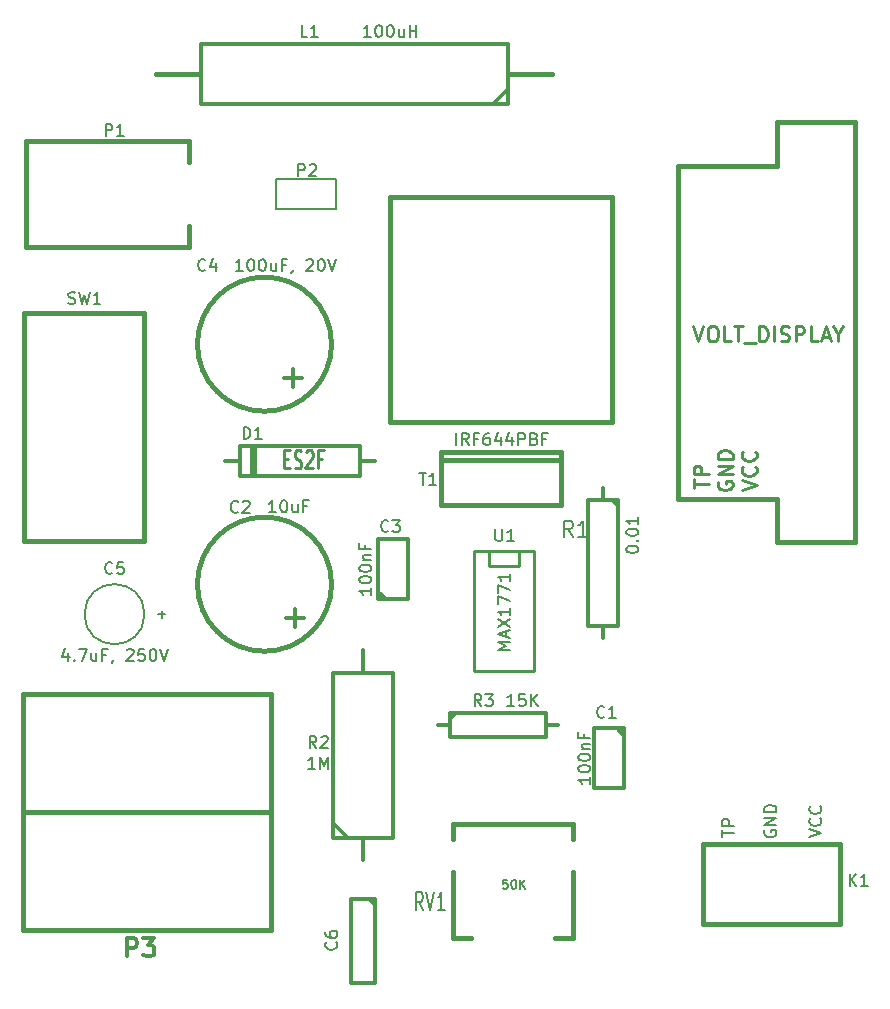
<source format=gto>
G04 (created by PCBNEW (2013-jul-07)-stable) date Sat 05 Aug 2017 11:22:09 AM PDT*
%MOIN*%
G04 Gerber Fmt 3.4, Leading zero omitted, Abs format*
%FSLAX34Y34*%
G01*
G70*
G90*
G04 APERTURE LIST*
%ADD10C,0.00590551*%
%ADD11C,0.008*%
%ADD12C,0.015*%
%ADD13C,0.006*%
%ADD14C,0.01*%
%ADD15C,0.012*%
%ADD16C,0.005*%
%ADD17C,0.014*%
%ADD18C,0.0075*%
G04 APERTURE END LIST*
G54D10*
G54D11*
X57261Y-58914D02*
X57261Y-58685D01*
X57661Y-58799D02*
X57261Y-58799D01*
X57661Y-58552D02*
X57261Y-58552D01*
X57261Y-58400D01*
X57280Y-58361D01*
X57300Y-58342D01*
X57338Y-58323D01*
X57395Y-58323D01*
X57433Y-58342D01*
X57452Y-58361D01*
X57471Y-58400D01*
X57471Y-58552D01*
X58680Y-58704D02*
X58661Y-58742D01*
X58661Y-58800D01*
X58680Y-58857D01*
X58719Y-58895D01*
X58757Y-58914D01*
X58833Y-58933D01*
X58890Y-58933D01*
X58966Y-58914D01*
X59004Y-58895D01*
X59042Y-58857D01*
X59061Y-58800D01*
X59061Y-58761D01*
X59042Y-58704D01*
X59023Y-58685D01*
X58890Y-58685D01*
X58890Y-58761D01*
X59061Y-58514D02*
X58661Y-58514D01*
X59061Y-58285D01*
X58661Y-58285D01*
X59061Y-58095D02*
X58661Y-58095D01*
X58661Y-57999D01*
X58680Y-57942D01*
X58719Y-57904D01*
X58757Y-57885D01*
X58833Y-57866D01*
X58890Y-57866D01*
X58966Y-57885D01*
X59004Y-57904D01*
X59042Y-57942D01*
X59061Y-57999D01*
X59061Y-58095D01*
X60161Y-58933D02*
X60561Y-58799D01*
X60161Y-58666D01*
X60523Y-58304D02*
X60542Y-58323D01*
X60561Y-58380D01*
X60561Y-58419D01*
X60542Y-58476D01*
X60504Y-58514D01*
X60466Y-58533D01*
X60390Y-58552D01*
X60333Y-58552D01*
X60257Y-58533D01*
X60219Y-58514D01*
X60180Y-58476D01*
X60161Y-58419D01*
X60161Y-58380D01*
X60180Y-58323D01*
X60200Y-58304D01*
X60523Y-57904D02*
X60542Y-57923D01*
X60561Y-57980D01*
X60561Y-58019D01*
X60542Y-58076D01*
X60504Y-58114D01*
X60466Y-58133D01*
X60390Y-58152D01*
X60333Y-58152D01*
X60257Y-58133D01*
X60219Y-58114D01*
X60180Y-58076D01*
X60161Y-58019D01*
X60161Y-57980D01*
X60180Y-57923D01*
X60200Y-57904D01*
G54D12*
X38000Y-41450D02*
X38000Y-49050D01*
X38000Y-49050D02*
X34000Y-49050D01*
X34000Y-49050D02*
X34000Y-41450D01*
X34000Y-41450D02*
X38000Y-41450D01*
G54D13*
X42400Y-38000D02*
X42400Y-37000D01*
X42400Y-37000D02*
X44400Y-37000D01*
X44400Y-37000D02*
X44400Y-38000D01*
X44400Y-38000D02*
X42400Y-38000D01*
G54D14*
X50500Y-49400D02*
X50500Y-49900D01*
X50500Y-49900D02*
X49500Y-49900D01*
X49500Y-49900D02*
X49500Y-49400D01*
X51000Y-49400D02*
X51000Y-53400D01*
X51000Y-53400D02*
X49000Y-53400D01*
X49000Y-53400D02*
X49000Y-49400D01*
X49000Y-49400D02*
X51000Y-49400D01*
G54D12*
X39500Y-38563D02*
X39500Y-39272D01*
X39500Y-39272D02*
X34067Y-39272D01*
X34067Y-39272D02*
X34067Y-35768D01*
X34067Y-35768D02*
X34067Y-35728D01*
X34067Y-35728D02*
X39500Y-35728D01*
X39500Y-35728D02*
X39500Y-36437D01*
X44236Y-50500D02*
G75*
G03X44236Y-50500I-2236J0D01*
G74*
G01*
X44236Y-42500D02*
G75*
G03X44236Y-42500I-2236J0D01*
G74*
G01*
G54D15*
X45700Y-61000D02*
X45700Y-63800D01*
X45700Y-63800D02*
X44900Y-63800D01*
X44900Y-63800D02*
X44900Y-61000D01*
X44900Y-61000D02*
X45700Y-61000D01*
X45500Y-61000D02*
X45700Y-61200D01*
G54D16*
X38001Y-51500D02*
G75*
G03X38001Y-51500I-1001J0D01*
G74*
G01*
G54D15*
X45800Y-50980D02*
X45800Y-49000D01*
X45800Y-49000D02*
X46800Y-49000D01*
X46800Y-49000D02*
X46800Y-51000D01*
X46800Y-51000D02*
X45800Y-51000D01*
X46050Y-51000D02*
X45800Y-50750D01*
X54000Y-55320D02*
X54000Y-57300D01*
X54000Y-57300D02*
X53000Y-57300D01*
X53000Y-57300D02*
X53000Y-55300D01*
X53000Y-55300D02*
X54000Y-55300D01*
X53750Y-55300D02*
X54000Y-55550D01*
X47800Y-55200D02*
X48200Y-55200D01*
X48200Y-55200D02*
X48200Y-54800D01*
X48200Y-54800D02*
X51400Y-54800D01*
X51400Y-54800D02*
X51400Y-55600D01*
X51400Y-55600D02*
X48200Y-55600D01*
X48200Y-55600D02*
X48200Y-55200D01*
X48200Y-55000D02*
X48400Y-54800D01*
X51800Y-55200D02*
X51400Y-55200D01*
X40700Y-46400D02*
X41200Y-46400D01*
X41200Y-46400D02*
X41200Y-46900D01*
X41200Y-46900D02*
X45200Y-46900D01*
X45200Y-46900D02*
X45200Y-46400D01*
X45200Y-46400D02*
X45700Y-46400D01*
X45200Y-46400D02*
X45200Y-45900D01*
X45200Y-45900D02*
X41200Y-45900D01*
X41200Y-45900D02*
X41200Y-46400D01*
X41700Y-46900D02*
X41700Y-45900D01*
X41600Y-46900D02*
X41600Y-45900D01*
X45300Y-59700D02*
X45300Y-59700D01*
X45300Y-59700D02*
X45300Y-59700D01*
X45300Y-53450D02*
X45300Y-52700D01*
X45300Y-52700D02*
X45300Y-52700D01*
X46300Y-53450D02*
X46300Y-58950D01*
X44300Y-58950D02*
X44300Y-53450D01*
X44800Y-58950D02*
X44300Y-58450D01*
X44300Y-53450D02*
X46300Y-53450D01*
X44300Y-58950D02*
X46300Y-58950D01*
X45300Y-59700D02*
X45300Y-58950D01*
X53300Y-47300D02*
X53300Y-47700D01*
X53300Y-52300D02*
X53300Y-51900D01*
X53800Y-51900D02*
X52800Y-51900D01*
X52800Y-51900D02*
X52800Y-47700D01*
X52800Y-47700D02*
X53800Y-47700D01*
X53800Y-47700D02*
X53800Y-51900D01*
X53600Y-47700D02*
X53800Y-47900D01*
G54D12*
X50150Y-33500D02*
X51600Y-33500D01*
X39800Y-33500D02*
X38400Y-33500D01*
G54D15*
X39882Y-32500D02*
X50118Y-32500D01*
X50118Y-34500D02*
X39882Y-34500D01*
X50112Y-34000D02*
X49612Y-34500D01*
X39882Y-34500D02*
X39882Y-32500D01*
X50118Y-34500D02*
X50118Y-32500D01*
G54D12*
X33966Y-58100D02*
X42234Y-58100D01*
X33966Y-54163D02*
X33966Y-62037D01*
X42234Y-54163D02*
X42234Y-62037D01*
X33966Y-54163D02*
X42234Y-54163D01*
X42234Y-62037D02*
X33966Y-62037D01*
X53600Y-37600D02*
X46200Y-37600D01*
X53600Y-45100D02*
X53600Y-37600D01*
X46200Y-45100D02*
X46200Y-37600D01*
X46200Y-45100D02*
X53600Y-45100D01*
X47900Y-46350D02*
X47900Y-46100D01*
X47900Y-46100D02*
X51900Y-46100D01*
X51900Y-46100D02*
X51900Y-46350D01*
X47900Y-47850D02*
X47900Y-46350D01*
X47900Y-46350D02*
X51900Y-46350D01*
X51900Y-46350D02*
X51900Y-47850D01*
X51900Y-47850D02*
X47900Y-47850D01*
X52300Y-60300D02*
X52300Y-60100D01*
X52300Y-58800D02*
X52300Y-59000D01*
X48300Y-58800D02*
X48300Y-59000D01*
X48300Y-60300D02*
X48300Y-60100D01*
X48800Y-62300D02*
X48900Y-62300D01*
X48300Y-60300D02*
X48300Y-62300D01*
X48300Y-62300D02*
X48800Y-62300D01*
X52300Y-58800D02*
X52300Y-58500D01*
X52300Y-58500D02*
X48300Y-58500D01*
X48300Y-58500D02*
X48300Y-58800D01*
X51700Y-62300D02*
X52300Y-62300D01*
X52300Y-62300D02*
X52300Y-60300D01*
X56617Y-59161D02*
X56617Y-61839D01*
X56617Y-61839D02*
X61183Y-61839D01*
X61183Y-61839D02*
X61183Y-59161D01*
X61183Y-59161D02*
X56617Y-59161D01*
X55800Y-36550D02*
X55800Y-47650D01*
X59100Y-47650D02*
X55800Y-47650D01*
X59100Y-36550D02*
X55800Y-36550D01*
X59100Y-35100D02*
X59100Y-36550D01*
X59100Y-49100D02*
X59100Y-47650D01*
X61700Y-35100D02*
X59100Y-35100D01*
X61700Y-49100D02*
X59100Y-49100D01*
X61700Y-42100D02*
X61700Y-49100D01*
X61700Y-42100D02*
X61700Y-35100D01*
G54D11*
X35466Y-41142D02*
X35523Y-41161D01*
X35619Y-41161D01*
X35657Y-41142D01*
X35676Y-41123D01*
X35695Y-41085D01*
X35695Y-41047D01*
X35676Y-41009D01*
X35657Y-40990D01*
X35619Y-40971D01*
X35542Y-40952D01*
X35504Y-40933D01*
X35485Y-40914D01*
X35466Y-40876D01*
X35466Y-40838D01*
X35485Y-40800D01*
X35504Y-40780D01*
X35542Y-40761D01*
X35638Y-40761D01*
X35695Y-40780D01*
X35828Y-40761D02*
X35923Y-41161D01*
X36000Y-40876D01*
X36076Y-41161D01*
X36171Y-40761D01*
X36533Y-41161D02*
X36304Y-41161D01*
X36419Y-41161D02*
X36419Y-40761D01*
X36380Y-40819D01*
X36342Y-40857D01*
X36304Y-40876D01*
X43124Y-36901D02*
X43124Y-36501D01*
X43277Y-36501D01*
X43315Y-36520D01*
X43334Y-36540D01*
X43353Y-36578D01*
X43353Y-36635D01*
X43334Y-36673D01*
X43315Y-36692D01*
X43277Y-36711D01*
X43124Y-36711D01*
X43505Y-36540D02*
X43524Y-36520D01*
X43562Y-36501D01*
X43658Y-36501D01*
X43696Y-36520D01*
X43715Y-36540D01*
X43734Y-36578D01*
X43734Y-36616D01*
X43715Y-36673D01*
X43486Y-36901D01*
X43734Y-36901D01*
X49695Y-48661D02*
X49695Y-48985D01*
X49714Y-49023D01*
X49733Y-49042D01*
X49771Y-49061D01*
X49847Y-49061D01*
X49885Y-49042D01*
X49904Y-49023D01*
X49923Y-48985D01*
X49923Y-48661D01*
X50323Y-49061D02*
X50095Y-49061D01*
X50209Y-49061D02*
X50209Y-48661D01*
X50171Y-48719D01*
X50133Y-48757D01*
X50095Y-48776D01*
X50181Y-52691D02*
X49781Y-52691D01*
X50067Y-52557D01*
X49781Y-52424D01*
X50181Y-52424D01*
X50067Y-52253D02*
X50067Y-52062D01*
X50181Y-52291D02*
X49781Y-52157D01*
X50181Y-52024D01*
X49781Y-51929D02*
X50181Y-51662D01*
X49781Y-51662D02*
X50181Y-51929D01*
X50181Y-51300D02*
X50181Y-51529D01*
X50181Y-51414D02*
X49781Y-51414D01*
X49839Y-51453D01*
X49877Y-51491D01*
X49896Y-51529D01*
X49781Y-51167D02*
X49781Y-50900D01*
X50181Y-51072D01*
X49781Y-50786D02*
X49781Y-50519D01*
X50181Y-50691D01*
X50181Y-50157D02*
X50181Y-50386D01*
X50181Y-50272D02*
X49781Y-50272D01*
X49839Y-50310D01*
X49877Y-50348D01*
X49896Y-50386D01*
X36704Y-35561D02*
X36704Y-35161D01*
X36857Y-35161D01*
X36895Y-35180D01*
X36914Y-35200D01*
X36933Y-35238D01*
X36933Y-35295D01*
X36914Y-35333D01*
X36895Y-35352D01*
X36857Y-35371D01*
X36704Y-35371D01*
X37314Y-35561D02*
X37085Y-35561D01*
X37200Y-35561D02*
X37200Y-35161D01*
X37161Y-35219D01*
X37123Y-35257D01*
X37085Y-35276D01*
X41123Y-48083D02*
X41104Y-48102D01*
X41047Y-48121D01*
X41009Y-48121D01*
X40951Y-48102D01*
X40913Y-48064D01*
X40894Y-48026D01*
X40875Y-47950D01*
X40875Y-47893D01*
X40894Y-47817D01*
X40913Y-47779D01*
X40951Y-47740D01*
X41009Y-47721D01*
X41047Y-47721D01*
X41104Y-47740D01*
X41123Y-47760D01*
X41275Y-47760D02*
X41294Y-47740D01*
X41332Y-47721D01*
X41428Y-47721D01*
X41466Y-47740D01*
X41485Y-47760D01*
X41504Y-47798D01*
X41504Y-47836D01*
X41485Y-47893D01*
X41256Y-48121D01*
X41504Y-48121D01*
X42381Y-48101D02*
X42152Y-48101D01*
X42267Y-48101D02*
X42267Y-47701D01*
X42229Y-47759D01*
X42190Y-47797D01*
X42152Y-47816D01*
X42629Y-47701D02*
X42667Y-47701D01*
X42705Y-47720D01*
X42724Y-47740D01*
X42743Y-47778D01*
X42762Y-47854D01*
X42762Y-47949D01*
X42743Y-48025D01*
X42724Y-48063D01*
X42705Y-48082D01*
X42667Y-48101D01*
X42629Y-48101D01*
X42590Y-48082D01*
X42571Y-48063D01*
X42552Y-48025D01*
X42533Y-47949D01*
X42533Y-47854D01*
X42552Y-47778D01*
X42571Y-47740D01*
X42590Y-47720D01*
X42629Y-47701D01*
X43105Y-47835D02*
X43105Y-48101D01*
X42933Y-47835D02*
X42933Y-48044D01*
X42952Y-48082D01*
X42990Y-48101D01*
X43048Y-48101D01*
X43086Y-48082D01*
X43105Y-48063D01*
X43429Y-47892D02*
X43295Y-47892D01*
X43295Y-48101D02*
X43295Y-47701D01*
X43486Y-47701D01*
G54D17*
X42719Y-51621D02*
X43328Y-51621D01*
X43024Y-51925D02*
X43024Y-51316D01*
G54D11*
X40033Y-40023D02*
X40014Y-40042D01*
X39957Y-40061D01*
X39919Y-40061D01*
X39861Y-40042D01*
X39823Y-40004D01*
X39804Y-39966D01*
X39785Y-39890D01*
X39785Y-39833D01*
X39804Y-39757D01*
X39823Y-39719D01*
X39861Y-39680D01*
X39919Y-39661D01*
X39957Y-39661D01*
X40014Y-39680D01*
X40033Y-39700D01*
X40376Y-39795D02*
X40376Y-40061D01*
X40280Y-39642D02*
X40185Y-39928D01*
X40433Y-39928D01*
X41280Y-40061D02*
X41052Y-40061D01*
X41166Y-40061D02*
X41166Y-39661D01*
X41128Y-39719D01*
X41090Y-39757D01*
X41052Y-39776D01*
X41528Y-39661D02*
X41566Y-39661D01*
X41604Y-39680D01*
X41623Y-39700D01*
X41642Y-39738D01*
X41661Y-39814D01*
X41661Y-39909D01*
X41642Y-39985D01*
X41623Y-40023D01*
X41604Y-40042D01*
X41566Y-40061D01*
X41528Y-40061D01*
X41490Y-40042D01*
X41471Y-40023D01*
X41452Y-39985D01*
X41433Y-39909D01*
X41433Y-39814D01*
X41452Y-39738D01*
X41471Y-39700D01*
X41490Y-39680D01*
X41528Y-39661D01*
X41909Y-39661D02*
X41947Y-39661D01*
X41985Y-39680D01*
X42004Y-39700D01*
X42023Y-39738D01*
X42042Y-39814D01*
X42042Y-39909D01*
X42023Y-39985D01*
X42004Y-40023D01*
X41985Y-40042D01*
X41947Y-40061D01*
X41909Y-40061D01*
X41871Y-40042D01*
X41852Y-40023D01*
X41833Y-39985D01*
X41814Y-39909D01*
X41814Y-39814D01*
X41833Y-39738D01*
X41852Y-39700D01*
X41871Y-39680D01*
X41909Y-39661D01*
X42385Y-39795D02*
X42385Y-40061D01*
X42214Y-39795D02*
X42214Y-40004D01*
X42233Y-40042D01*
X42271Y-40061D01*
X42328Y-40061D01*
X42366Y-40042D01*
X42385Y-40023D01*
X42709Y-39852D02*
X42576Y-39852D01*
X42576Y-40061D02*
X42576Y-39661D01*
X42766Y-39661D01*
X42938Y-40042D02*
X42938Y-40061D01*
X42919Y-40100D01*
X42900Y-40119D01*
X43395Y-39700D02*
X43414Y-39680D01*
X43452Y-39661D01*
X43547Y-39661D01*
X43585Y-39680D01*
X43604Y-39700D01*
X43623Y-39738D01*
X43623Y-39776D01*
X43604Y-39833D01*
X43376Y-40061D01*
X43623Y-40061D01*
X43871Y-39661D02*
X43909Y-39661D01*
X43947Y-39680D01*
X43966Y-39700D01*
X43985Y-39738D01*
X44004Y-39814D01*
X44004Y-39909D01*
X43985Y-39985D01*
X43966Y-40023D01*
X43947Y-40042D01*
X43909Y-40061D01*
X43871Y-40061D01*
X43833Y-40042D01*
X43814Y-40023D01*
X43795Y-39985D01*
X43776Y-39909D01*
X43776Y-39814D01*
X43795Y-39738D01*
X43814Y-39700D01*
X43833Y-39680D01*
X43871Y-39661D01*
X44119Y-39661D02*
X44252Y-40061D01*
X44385Y-39661D01*
G54D17*
X42639Y-43622D02*
X43248Y-43622D01*
X42944Y-43926D02*
X42944Y-43317D01*
G54D11*
X44389Y-62434D02*
X44408Y-62453D01*
X44427Y-62510D01*
X44427Y-62548D01*
X44408Y-62606D01*
X44370Y-62644D01*
X44332Y-62663D01*
X44256Y-62682D01*
X44199Y-62682D01*
X44123Y-62663D01*
X44085Y-62644D01*
X44046Y-62606D01*
X44027Y-62548D01*
X44027Y-62510D01*
X44046Y-62453D01*
X44066Y-62434D01*
X44027Y-62091D02*
X44027Y-62167D01*
X44046Y-62206D01*
X44066Y-62225D01*
X44123Y-62263D01*
X44199Y-62282D01*
X44351Y-62282D01*
X44389Y-62263D01*
X44408Y-62244D01*
X44427Y-62206D01*
X44427Y-62129D01*
X44408Y-62091D01*
X44389Y-62072D01*
X44351Y-62053D01*
X44256Y-62053D01*
X44218Y-62072D01*
X44199Y-62091D01*
X44180Y-62129D01*
X44180Y-62206D01*
X44199Y-62244D01*
X44218Y-62263D01*
X44256Y-62282D01*
X36933Y-50123D02*
X36914Y-50142D01*
X36857Y-50161D01*
X36819Y-50161D01*
X36761Y-50142D01*
X36723Y-50104D01*
X36704Y-50066D01*
X36685Y-49990D01*
X36685Y-49933D01*
X36704Y-49857D01*
X36723Y-49819D01*
X36761Y-49780D01*
X36819Y-49761D01*
X36857Y-49761D01*
X36914Y-49780D01*
X36933Y-49800D01*
X37295Y-49761D02*
X37104Y-49761D01*
X37085Y-49952D01*
X37104Y-49933D01*
X37142Y-49914D01*
X37238Y-49914D01*
X37276Y-49933D01*
X37295Y-49952D01*
X37314Y-49990D01*
X37314Y-50085D01*
X37295Y-50123D01*
X37276Y-50142D01*
X37238Y-50161D01*
X37142Y-50161D01*
X37104Y-50142D01*
X37085Y-50123D01*
X35447Y-52795D02*
X35447Y-53061D01*
X35352Y-52642D02*
X35257Y-52928D01*
X35504Y-52928D01*
X35657Y-53023D02*
X35676Y-53042D01*
X35657Y-53061D01*
X35638Y-53042D01*
X35657Y-53023D01*
X35657Y-53061D01*
X35809Y-52661D02*
X36076Y-52661D01*
X35904Y-53061D01*
X36400Y-52795D02*
X36400Y-53061D01*
X36228Y-52795D02*
X36228Y-53004D01*
X36247Y-53042D01*
X36285Y-53061D01*
X36342Y-53061D01*
X36380Y-53042D01*
X36400Y-53023D01*
X36723Y-52852D02*
X36590Y-52852D01*
X36590Y-53061D02*
X36590Y-52661D01*
X36780Y-52661D01*
X36952Y-53042D02*
X36952Y-53061D01*
X36933Y-53100D01*
X36914Y-53119D01*
X37409Y-52700D02*
X37428Y-52680D01*
X37466Y-52661D01*
X37561Y-52661D01*
X37600Y-52680D01*
X37619Y-52700D01*
X37638Y-52738D01*
X37638Y-52776D01*
X37619Y-52833D01*
X37390Y-53061D01*
X37638Y-53061D01*
X38000Y-52661D02*
X37809Y-52661D01*
X37790Y-52852D01*
X37809Y-52833D01*
X37847Y-52814D01*
X37942Y-52814D01*
X37980Y-52833D01*
X38000Y-52852D01*
X38019Y-52890D01*
X38019Y-52985D01*
X38000Y-53023D01*
X37980Y-53042D01*
X37942Y-53061D01*
X37847Y-53061D01*
X37809Y-53042D01*
X37790Y-53023D01*
X38266Y-52661D02*
X38304Y-52661D01*
X38342Y-52680D01*
X38361Y-52700D01*
X38380Y-52738D01*
X38400Y-52814D01*
X38400Y-52909D01*
X38380Y-52985D01*
X38361Y-53023D01*
X38342Y-53042D01*
X38304Y-53061D01*
X38266Y-53061D01*
X38228Y-53042D01*
X38209Y-53023D01*
X38190Y-52985D01*
X38171Y-52909D01*
X38171Y-52814D01*
X38190Y-52738D01*
X38209Y-52700D01*
X38228Y-52680D01*
X38266Y-52661D01*
X38514Y-52661D02*
X38647Y-53061D01*
X38780Y-52661D01*
G54D18*
X38460Y-51507D02*
X38689Y-51507D01*
X38575Y-51621D02*
X38575Y-51392D01*
G54D11*
X46133Y-48723D02*
X46114Y-48742D01*
X46057Y-48761D01*
X46019Y-48761D01*
X45961Y-48742D01*
X45923Y-48704D01*
X45904Y-48666D01*
X45885Y-48590D01*
X45885Y-48533D01*
X45904Y-48457D01*
X45923Y-48419D01*
X45961Y-48380D01*
X46019Y-48361D01*
X46057Y-48361D01*
X46114Y-48380D01*
X46133Y-48400D01*
X46266Y-48361D02*
X46514Y-48361D01*
X46380Y-48514D01*
X46438Y-48514D01*
X46476Y-48533D01*
X46495Y-48552D01*
X46514Y-48590D01*
X46514Y-48685D01*
X46495Y-48723D01*
X46476Y-48742D01*
X46438Y-48761D01*
X46323Y-48761D01*
X46285Y-48742D01*
X46266Y-48723D01*
X45561Y-50619D02*
X45561Y-50847D01*
X45561Y-50733D02*
X45161Y-50733D01*
X45219Y-50771D01*
X45257Y-50809D01*
X45276Y-50847D01*
X45161Y-50371D02*
X45161Y-50333D01*
X45180Y-50295D01*
X45200Y-50276D01*
X45238Y-50257D01*
X45314Y-50238D01*
X45409Y-50238D01*
X45485Y-50257D01*
X45523Y-50276D01*
X45542Y-50295D01*
X45561Y-50333D01*
X45561Y-50371D01*
X45542Y-50409D01*
X45523Y-50428D01*
X45485Y-50447D01*
X45409Y-50466D01*
X45314Y-50466D01*
X45238Y-50447D01*
X45200Y-50428D01*
X45180Y-50409D01*
X45161Y-50371D01*
X45161Y-49990D02*
X45161Y-49952D01*
X45180Y-49914D01*
X45200Y-49895D01*
X45238Y-49876D01*
X45314Y-49857D01*
X45409Y-49857D01*
X45485Y-49876D01*
X45523Y-49895D01*
X45542Y-49914D01*
X45561Y-49952D01*
X45561Y-49990D01*
X45542Y-50028D01*
X45523Y-50047D01*
X45485Y-50066D01*
X45409Y-50085D01*
X45314Y-50085D01*
X45238Y-50066D01*
X45200Y-50047D01*
X45180Y-50028D01*
X45161Y-49990D01*
X45295Y-49685D02*
X45561Y-49685D01*
X45333Y-49685D02*
X45314Y-49666D01*
X45295Y-49628D01*
X45295Y-49571D01*
X45314Y-49533D01*
X45352Y-49514D01*
X45561Y-49514D01*
X45352Y-49190D02*
X45352Y-49323D01*
X45561Y-49323D02*
X45161Y-49323D01*
X45161Y-49133D01*
X53333Y-54923D02*
X53314Y-54942D01*
X53257Y-54961D01*
X53219Y-54961D01*
X53161Y-54942D01*
X53123Y-54904D01*
X53104Y-54866D01*
X53085Y-54790D01*
X53085Y-54733D01*
X53104Y-54657D01*
X53123Y-54619D01*
X53161Y-54580D01*
X53219Y-54561D01*
X53257Y-54561D01*
X53314Y-54580D01*
X53333Y-54600D01*
X53714Y-54961D02*
X53485Y-54961D01*
X53600Y-54961D02*
X53600Y-54561D01*
X53561Y-54619D01*
X53523Y-54657D01*
X53485Y-54676D01*
X52861Y-56919D02*
X52861Y-57147D01*
X52861Y-57033D02*
X52461Y-57033D01*
X52519Y-57071D01*
X52557Y-57109D01*
X52576Y-57147D01*
X52461Y-56671D02*
X52461Y-56633D01*
X52480Y-56595D01*
X52500Y-56576D01*
X52538Y-56557D01*
X52614Y-56538D01*
X52709Y-56538D01*
X52785Y-56557D01*
X52823Y-56576D01*
X52842Y-56595D01*
X52861Y-56633D01*
X52861Y-56671D01*
X52842Y-56709D01*
X52823Y-56728D01*
X52785Y-56747D01*
X52709Y-56766D01*
X52614Y-56766D01*
X52538Y-56747D01*
X52500Y-56728D01*
X52480Y-56709D01*
X52461Y-56671D01*
X52461Y-56290D02*
X52461Y-56252D01*
X52480Y-56214D01*
X52500Y-56195D01*
X52538Y-56176D01*
X52614Y-56157D01*
X52709Y-56157D01*
X52785Y-56176D01*
X52823Y-56195D01*
X52842Y-56214D01*
X52861Y-56252D01*
X52861Y-56290D01*
X52842Y-56328D01*
X52823Y-56347D01*
X52785Y-56366D01*
X52709Y-56385D01*
X52614Y-56385D01*
X52538Y-56366D01*
X52500Y-56347D01*
X52480Y-56328D01*
X52461Y-56290D01*
X52595Y-55985D02*
X52861Y-55985D01*
X52633Y-55985D02*
X52614Y-55966D01*
X52595Y-55928D01*
X52595Y-55871D01*
X52614Y-55833D01*
X52652Y-55814D01*
X52861Y-55814D01*
X52652Y-55490D02*
X52652Y-55623D01*
X52861Y-55623D02*
X52461Y-55623D01*
X52461Y-55433D01*
X49233Y-54561D02*
X49100Y-54371D01*
X49004Y-54561D02*
X49004Y-54161D01*
X49157Y-54161D01*
X49195Y-54180D01*
X49214Y-54200D01*
X49233Y-54238D01*
X49233Y-54295D01*
X49214Y-54333D01*
X49195Y-54352D01*
X49157Y-54371D01*
X49004Y-54371D01*
X49366Y-54161D02*
X49614Y-54161D01*
X49480Y-54314D01*
X49538Y-54314D01*
X49576Y-54333D01*
X49595Y-54352D01*
X49614Y-54390D01*
X49614Y-54485D01*
X49595Y-54523D01*
X49576Y-54542D01*
X49538Y-54561D01*
X49423Y-54561D01*
X49385Y-54542D01*
X49366Y-54523D01*
X50323Y-54561D02*
X50095Y-54561D01*
X50209Y-54561D02*
X50209Y-54161D01*
X50171Y-54219D01*
X50133Y-54257D01*
X50095Y-54276D01*
X50685Y-54161D02*
X50495Y-54161D01*
X50476Y-54352D01*
X50495Y-54333D01*
X50533Y-54314D01*
X50628Y-54314D01*
X50666Y-54333D01*
X50685Y-54352D01*
X50704Y-54390D01*
X50704Y-54485D01*
X50685Y-54523D01*
X50666Y-54542D01*
X50628Y-54561D01*
X50533Y-54561D01*
X50495Y-54542D01*
X50476Y-54523D01*
X50876Y-54561D02*
X50876Y-54161D01*
X51104Y-54561D02*
X50933Y-54333D01*
X51104Y-54161D02*
X50876Y-54390D01*
X41304Y-45661D02*
X41304Y-45261D01*
X41400Y-45261D01*
X41457Y-45280D01*
X41495Y-45319D01*
X41514Y-45357D01*
X41533Y-45433D01*
X41533Y-45490D01*
X41514Y-45566D01*
X41495Y-45604D01*
X41457Y-45642D01*
X41400Y-45661D01*
X41304Y-45661D01*
X41914Y-45661D02*
X41685Y-45661D01*
X41800Y-45661D02*
X41800Y-45261D01*
X41761Y-45319D01*
X41723Y-45357D01*
X41685Y-45376D01*
G54D14*
X42661Y-46328D02*
X42795Y-46328D01*
X42852Y-46642D02*
X42661Y-46642D01*
X42661Y-46042D01*
X42852Y-46042D01*
X43004Y-46614D02*
X43061Y-46642D01*
X43157Y-46642D01*
X43195Y-46614D01*
X43214Y-46585D01*
X43233Y-46528D01*
X43233Y-46471D01*
X43214Y-46414D01*
X43195Y-46385D01*
X43157Y-46357D01*
X43080Y-46328D01*
X43042Y-46300D01*
X43023Y-46271D01*
X43004Y-46214D01*
X43004Y-46157D01*
X43023Y-46100D01*
X43042Y-46071D01*
X43080Y-46042D01*
X43176Y-46042D01*
X43233Y-46071D01*
X43385Y-46100D02*
X43404Y-46071D01*
X43442Y-46042D01*
X43538Y-46042D01*
X43576Y-46071D01*
X43595Y-46100D01*
X43614Y-46157D01*
X43614Y-46214D01*
X43595Y-46300D01*
X43366Y-46642D01*
X43614Y-46642D01*
X43919Y-46328D02*
X43785Y-46328D01*
X43785Y-46642D02*
X43785Y-46042D01*
X43976Y-46042D01*
G54D11*
X43733Y-55961D02*
X43600Y-55771D01*
X43504Y-55961D02*
X43504Y-55561D01*
X43657Y-55561D01*
X43695Y-55580D01*
X43714Y-55600D01*
X43733Y-55638D01*
X43733Y-55695D01*
X43714Y-55733D01*
X43695Y-55752D01*
X43657Y-55771D01*
X43504Y-55771D01*
X43885Y-55600D02*
X43904Y-55580D01*
X43942Y-55561D01*
X44038Y-55561D01*
X44076Y-55580D01*
X44095Y-55600D01*
X44114Y-55638D01*
X44114Y-55676D01*
X44095Y-55733D01*
X43866Y-55961D01*
X44114Y-55961D01*
X43685Y-56661D02*
X43457Y-56661D01*
X43571Y-56661D02*
X43571Y-56261D01*
X43533Y-56319D01*
X43495Y-56357D01*
X43457Y-56376D01*
X43857Y-56661D02*
X43857Y-56261D01*
X43990Y-56547D01*
X44123Y-56261D01*
X44123Y-56661D01*
X52276Y-48932D02*
X52110Y-48670D01*
X51990Y-48932D02*
X51990Y-48382D01*
X52181Y-48382D01*
X52229Y-48408D01*
X52252Y-48435D01*
X52276Y-48487D01*
X52276Y-48565D01*
X52252Y-48618D01*
X52229Y-48644D01*
X52181Y-48670D01*
X51990Y-48670D01*
X52752Y-48932D02*
X52467Y-48932D01*
X52610Y-48932D02*
X52610Y-48382D01*
X52562Y-48461D01*
X52514Y-48513D01*
X52467Y-48539D01*
X54061Y-49355D02*
X54061Y-49317D01*
X54080Y-49279D01*
X54100Y-49260D01*
X54138Y-49240D01*
X54214Y-49221D01*
X54309Y-49221D01*
X54385Y-49240D01*
X54423Y-49260D01*
X54442Y-49279D01*
X54461Y-49317D01*
X54461Y-49355D01*
X54442Y-49393D01*
X54423Y-49412D01*
X54385Y-49431D01*
X54309Y-49450D01*
X54214Y-49450D01*
X54138Y-49431D01*
X54100Y-49412D01*
X54080Y-49393D01*
X54061Y-49355D01*
X54423Y-49050D02*
X54442Y-49031D01*
X54461Y-49050D01*
X54442Y-49069D01*
X54423Y-49050D01*
X54461Y-49050D01*
X54061Y-48783D02*
X54061Y-48745D01*
X54080Y-48707D01*
X54100Y-48688D01*
X54138Y-48669D01*
X54214Y-48650D01*
X54309Y-48650D01*
X54385Y-48669D01*
X54423Y-48688D01*
X54442Y-48707D01*
X54461Y-48745D01*
X54461Y-48783D01*
X54442Y-48821D01*
X54423Y-48840D01*
X54385Y-48859D01*
X54309Y-48879D01*
X54214Y-48879D01*
X54138Y-48859D01*
X54100Y-48840D01*
X54080Y-48821D01*
X54061Y-48783D01*
X54461Y-48269D02*
X54461Y-48498D01*
X54461Y-48383D02*
X54061Y-48383D01*
X54119Y-48421D01*
X54157Y-48459D01*
X54176Y-48498D01*
X43433Y-32261D02*
X43242Y-32261D01*
X43242Y-31861D01*
X43776Y-32261D02*
X43547Y-32261D01*
X43661Y-32261D02*
X43661Y-31861D01*
X43623Y-31919D01*
X43585Y-31957D01*
X43547Y-31976D01*
X45542Y-32261D02*
X45314Y-32261D01*
X45428Y-32261D02*
X45428Y-31861D01*
X45390Y-31919D01*
X45352Y-31957D01*
X45314Y-31976D01*
X45790Y-31861D02*
X45828Y-31861D01*
X45866Y-31880D01*
X45885Y-31900D01*
X45904Y-31938D01*
X45923Y-32014D01*
X45923Y-32109D01*
X45904Y-32185D01*
X45885Y-32223D01*
X45866Y-32242D01*
X45828Y-32261D01*
X45790Y-32261D01*
X45752Y-32242D01*
X45733Y-32223D01*
X45714Y-32185D01*
X45695Y-32109D01*
X45695Y-32014D01*
X45714Y-31938D01*
X45733Y-31900D01*
X45752Y-31880D01*
X45790Y-31861D01*
X46171Y-31861D02*
X46209Y-31861D01*
X46247Y-31880D01*
X46266Y-31900D01*
X46285Y-31938D01*
X46304Y-32014D01*
X46304Y-32109D01*
X46285Y-32185D01*
X46266Y-32223D01*
X46247Y-32242D01*
X46209Y-32261D01*
X46171Y-32261D01*
X46133Y-32242D01*
X46114Y-32223D01*
X46095Y-32185D01*
X46076Y-32109D01*
X46076Y-32014D01*
X46095Y-31938D01*
X46114Y-31900D01*
X46133Y-31880D01*
X46171Y-31861D01*
X46647Y-31995D02*
X46647Y-32261D01*
X46476Y-31995D02*
X46476Y-32204D01*
X46495Y-32242D01*
X46533Y-32261D01*
X46590Y-32261D01*
X46628Y-32242D01*
X46647Y-32223D01*
X46838Y-32261D02*
X46838Y-31861D01*
X46838Y-32052D02*
X47066Y-32052D01*
X47066Y-32261D02*
X47066Y-31861D01*
G54D15*
X37418Y-62902D02*
X37418Y-62302D01*
X37646Y-62302D01*
X37703Y-62331D01*
X37732Y-62360D01*
X37761Y-62417D01*
X37761Y-62502D01*
X37732Y-62560D01*
X37703Y-62588D01*
X37646Y-62617D01*
X37418Y-62617D01*
X37961Y-62302D02*
X38332Y-62302D01*
X38132Y-62531D01*
X38218Y-62531D01*
X38275Y-62560D01*
X38303Y-62588D01*
X38332Y-62645D01*
X38332Y-62788D01*
X38303Y-62845D01*
X38275Y-62874D01*
X38218Y-62902D01*
X38046Y-62902D01*
X37989Y-62874D01*
X37961Y-62845D01*
G54D11*
X47154Y-46782D02*
X47382Y-46782D01*
X47268Y-47182D02*
X47268Y-46782D01*
X47725Y-47182D02*
X47497Y-47182D01*
X47611Y-47182D02*
X47611Y-46782D01*
X47573Y-46840D01*
X47535Y-46878D01*
X47497Y-46897D01*
X48385Y-45861D02*
X48385Y-45461D01*
X48804Y-45861D02*
X48671Y-45671D01*
X48576Y-45861D02*
X48576Y-45461D01*
X48728Y-45461D01*
X48766Y-45480D01*
X48785Y-45500D01*
X48804Y-45538D01*
X48804Y-45595D01*
X48785Y-45633D01*
X48766Y-45652D01*
X48728Y-45671D01*
X48576Y-45671D01*
X49109Y-45652D02*
X48976Y-45652D01*
X48976Y-45861D02*
X48976Y-45461D01*
X49166Y-45461D01*
X49490Y-45461D02*
X49414Y-45461D01*
X49376Y-45480D01*
X49357Y-45500D01*
X49319Y-45557D01*
X49300Y-45633D01*
X49300Y-45785D01*
X49319Y-45823D01*
X49338Y-45842D01*
X49376Y-45861D01*
X49452Y-45861D01*
X49490Y-45842D01*
X49509Y-45823D01*
X49528Y-45785D01*
X49528Y-45690D01*
X49509Y-45652D01*
X49490Y-45633D01*
X49452Y-45614D01*
X49376Y-45614D01*
X49338Y-45633D01*
X49319Y-45652D01*
X49300Y-45690D01*
X49871Y-45595D02*
X49871Y-45861D01*
X49776Y-45442D02*
X49680Y-45728D01*
X49928Y-45728D01*
X50252Y-45595D02*
X50252Y-45861D01*
X50157Y-45442D02*
X50061Y-45728D01*
X50309Y-45728D01*
X50461Y-45861D02*
X50461Y-45461D01*
X50614Y-45461D01*
X50652Y-45480D01*
X50671Y-45500D01*
X50690Y-45538D01*
X50690Y-45595D01*
X50671Y-45633D01*
X50652Y-45652D01*
X50614Y-45671D01*
X50461Y-45671D01*
X50995Y-45652D02*
X51052Y-45671D01*
X51071Y-45690D01*
X51090Y-45728D01*
X51090Y-45785D01*
X51071Y-45823D01*
X51052Y-45842D01*
X51014Y-45861D01*
X50861Y-45861D01*
X50861Y-45461D01*
X50995Y-45461D01*
X51033Y-45480D01*
X51052Y-45500D01*
X51071Y-45538D01*
X51071Y-45576D01*
X51052Y-45614D01*
X51033Y-45633D01*
X50995Y-45652D01*
X50861Y-45652D01*
X51395Y-45652D02*
X51261Y-45652D01*
X51261Y-45861D02*
X51261Y-45461D01*
X51452Y-45461D01*
X47281Y-61372D02*
X47148Y-61087D01*
X47053Y-61372D02*
X47053Y-60772D01*
X47205Y-60772D01*
X47243Y-60801D01*
X47262Y-60830D01*
X47281Y-60887D01*
X47281Y-60972D01*
X47262Y-61030D01*
X47243Y-61058D01*
X47205Y-61087D01*
X47053Y-61087D01*
X47396Y-60772D02*
X47529Y-61372D01*
X47662Y-60772D01*
X48005Y-61372D02*
X47777Y-61372D01*
X47891Y-61372D02*
X47891Y-60772D01*
X47853Y-60858D01*
X47815Y-60915D01*
X47777Y-60944D01*
G54D16*
X50098Y-60351D02*
X49955Y-60351D01*
X49941Y-60494D01*
X49955Y-60480D01*
X49984Y-60465D01*
X50055Y-60465D01*
X50084Y-60480D01*
X50098Y-60494D01*
X50112Y-60522D01*
X50112Y-60594D01*
X50098Y-60622D01*
X50084Y-60637D01*
X50055Y-60651D01*
X49984Y-60651D01*
X49955Y-60637D01*
X49941Y-60622D01*
X50298Y-60351D02*
X50327Y-60351D01*
X50355Y-60365D01*
X50370Y-60380D01*
X50384Y-60408D01*
X50398Y-60465D01*
X50398Y-60537D01*
X50384Y-60594D01*
X50370Y-60622D01*
X50355Y-60637D01*
X50327Y-60651D01*
X50298Y-60651D01*
X50270Y-60637D01*
X50255Y-60622D01*
X50241Y-60594D01*
X50227Y-60537D01*
X50227Y-60465D01*
X50241Y-60408D01*
X50255Y-60380D01*
X50270Y-60365D01*
X50298Y-60351D01*
X50527Y-60651D02*
X50527Y-60351D01*
X50698Y-60651D02*
X50570Y-60480D01*
X50698Y-60351D02*
X50527Y-60522D01*
G54D11*
X61504Y-60561D02*
X61504Y-60161D01*
X61733Y-60561D02*
X61561Y-60333D01*
X61733Y-60161D02*
X61504Y-60390D01*
X62114Y-60561D02*
X61885Y-60561D01*
X62000Y-60561D02*
X62000Y-60161D01*
X61961Y-60219D01*
X61923Y-60257D01*
X61885Y-60276D01*
G54D14*
X56300Y-41902D02*
X56466Y-42402D01*
X56633Y-41902D01*
X56895Y-41902D02*
X56990Y-41902D01*
X57038Y-41926D01*
X57085Y-41973D01*
X57109Y-42069D01*
X57109Y-42235D01*
X57085Y-42330D01*
X57038Y-42378D01*
X56990Y-42402D01*
X56895Y-42402D01*
X56847Y-42378D01*
X56800Y-42330D01*
X56776Y-42235D01*
X56776Y-42069D01*
X56800Y-41973D01*
X56847Y-41926D01*
X56895Y-41902D01*
X57561Y-42402D02*
X57323Y-42402D01*
X57323Y-41902D01*
X57657Y-41902D02*
X57942Y-41902D01*
X57800Y-42402D02*
X57800Y-41902D01*
X57990Y-42450D02*
X58371Y-42450D01*
X58490Y-42402D02*
X58490Y-41902D01*
X58609Y-41902D01*
X58680Y-41926D01*
X58728Y-41973D01*
X58752Y-42021D01*
X58776Y-42116D01*
X58776Y-42188D01*
X58752Y-42283D01*
X58728Y-42330D01*
X58680Y-42378D01*
X58609Y-42402D01*
X58490Y-42402D01*
X58990Y-42402D02*
X58990Y-41902D01*
X59204Y-42378D02*
X59276Y-42402D01*
X59395Y-42402D01*
X59442Y-42378D01*
X59466Y-42354D01*
X59490Y-42307D01*
X59490Y-42259D01*
X59466Y-42211D01*
X59442Y-42188D01*
X59395Y-42164D01*
X59300Y-42140D01*
X59252Y-42116D01*
X59228Y-42092D01*
X59204Y-42045D01*
X59204Y-41997D01*
X59228Y-41950D01*
X59252Y-41926D01*
X59300Y-41902D01*
X59419Y-41902D01*
X59490Y-41926D01*
X59704Y-42402D02*
X59704Y-41902D01*
X59895Y-41902D01*
X59942Y-41926D01*
X59966Y-41950D01*
X59990Y-41997D01*
X59990Y-42069D01*
X59966Y-42116D01*
X59942Y-42140D01*
X59895Y-42164D01*
X59704Y-42164D01*
X60442Y-42402D02*
X60204Y-42402D01*
X60204Y-41902D01*
X60585Y-42259D02*
X60823Y-42259D01*
X60538Y-42402D02*
X60704Y-41902D01*
X60871Y-42402D01*
X61133Y-42164D02*
X61133Y-42402D01*
X60966Y-41902D02*
X61133Y-42164D01*
X61300Y-41902D01*
X56302Y-47292D02*
X56302Y-47007D01*
X56802Y-47149D02*
X56302Y-47149D01*
X56802Y-46840D02*
X56302Y-46840D01*
X56302Y-46650D01*
X56326Y-46602D01*
X56350Y-46578D01*
X56397Y-46554D01*
X56469Y-46554D01*
X56516Y-46578D01*
X56540Y-46602D01*
X56564Y-46650D01*
X56564Y-46840D01*
X57126Y-47080D02*
X57102Y-47128D01*
X57102Y-47200D01*
X57126Y-47271D01*
X57173Y-47319D01*
X57221Y-47342D01*
X57316Y-47366D01*
X57388Y-47366D01*
X57483Y-47342D01*
X57530Y-47319D01*
X57578Y-47271D01*
X57602Y-47200D01*
X57602Y-47152D01*
X57578Y-47080D01*
X57554Y-47057D01*
X57388Y-47057D01*
X57388Y-47152D01*
X57602Y-46842D02*
X57102Y-46842D01*
X57602Y-46557D01*
X57102Y-46557D01*
X57602Y-46319D02*
X57102Y-46319D01*
X57102Y-46200D01*
X57126Y-46128D01*
X57173Y-46080D01*
X57221Y-46057D01*
X57316Y-46033D01*
X57388Y-46033D01*
X57483Y-46057D01*
X57530Y-46080D01*
X57578Y-46128D01*
X57602Y-46200D01*
X57602Y-46319D01*
X57902Y-47366D02*
X58402Y-47199D01*
X57902Y-47033D01*
X58354Y-46580D02*
X58378Y-46604D01*
X58402Y-46676D01*
X58402Y-46723D01*
X58378Y-46795D01*
X58330Y-46842D01*
X58283Y-46866D01*
X58188Y-46890D01*
X58116Y-46890D01*
X58021Y-46866D01*
X57973Y-46842D01*
X57926Y-46795D01*
X57902Y-46723D01*
X57902Y-46676D01*
X57926Y-46604D01*
X57950Y-46580D01*
X58354Y-46080D02*
X58378Y-46104D01*
X58402Y-46176D01*
X58402Y-46223D01*
X58378Y-46295D01*
X58330Y-46342D01*
X58283Y-46366D01*
X58188Y-46390D01*
X58116Y-46390D01*
X58021Y-46366D01*
X57973Y-46342D01*
X57926Y-46295D01*
X57902Y-46223D01*
X57902Y-46176D01*
X57926Y-46104D01*
X57950Y-46080D01*
M02*

</source>
